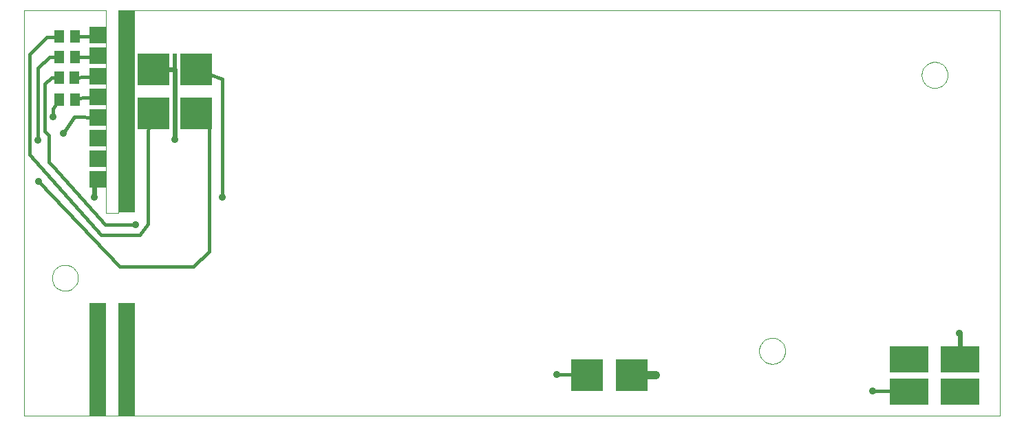
<source format=gtl>
G75*
G70*
%OFA0B0*%
%FSLAX24Y24*%
%IPPOS*%
%LPD*%
%AMOC8*
5,1,8,0,0,1.08239X$1,22.5*
%
%ADD10C,0.0000*%
%ADD11R,0.0787X0.5512*%
%ADD12R,0.0787X0.9843*%
%ADD13R,0.0787X0.0787*%
%ADD14R,0.1575X0.1575*%
%ADD15R,0.0236X0.1575*%
%ADD16R,0.0512X0.0591*%
%ADD17R,0.1890X0.1299*%
%ADD18C,0.0100*%
%ADD19C,0.0160*%
%ADD20C,0.0400*%
%ADD21C,0.0240*%
%ADD22C,0.0356*%
D10*
X000204Y000467D02*
X000204Y020152D01*
X004141Y020152D01*
X004141Y010310D01*
X004771Y010310D01*
X004771Y020152D01*
X047448Y020152D01*
X047448Y000467D01*
X000204Y000467D01*
X001543Y007160D02*
X001545Y007210D01*
X001551Y007260D01*
X001561Y007309D01*
X001575Y007357D01*
X001592Y007404D01*
X001613Y007449D01*
X001638Y007493D01*
X001666Y007534D01*
X001698Y007573D01*
X001732Y007610D01*
X001769Y007644D01*
X001809Y007674D01*
X001851Y007701D01*
X001895Y007725D01*
X001941Y007746D01*
X001988Y007762D01*
X002036Y007775D01*
X002086Y007784D01*
X002135Y007789D01*
X002186Y007790D01*
X002236Y007787D01*
X002285Y007780D01*
X002334Y007769D01*
X002382Y007754D01*
X002428Y007736D01*
X002473Y007714D01*
X002516Y007688D01*
X002557Y007659D01*
X002596Y007627D01*
X002632Y007592D01*
X002664Y007554D01*
X002694Y007514D01*
X002721Y007471D01*
X002744Y007427D01*
X002763Y007381D01*
X002779Y007333D01*
X002791Y007284D01*
X002799Y007235D01*
X002803Y007185D01*
X002803Y007135D01*
X002799Y007085D01*
X002791Y007036D01*
X002779Y006987D01*
X002763Y006939D01*
X002744Y006893D01*
X002721Y006849D01*
X002694Y006806D01*
X002664Y006766D01*
X002632Y006728D01*
X002596Y006693D01*
X002557Y006661D01*
X002516Y006632D01*
X002473Y006606D01*
X002428Y006584D01*
X002382Y006566D01*
X002334Y006551D01*
X002285Y006540D01*
X002236Y006533D01*
X002186Y006530D01*
X002135Y006531D01*
X002086Y006536D01*
X002036Y006545D01*
X001988Y006558D01*
X001941Y006574D01*
X001895Y006595D01*
X001851Y006619D01*
X001809Y006646D01*
X001769Y006676D01*
X001732Y006710D01*
X001698Y006747D01*
X001666Y006786D01*
X001638Y006827D01*
X001613Y006871D01*
X001592Y006916D01*
X001575Y006963D01*
X001561Y007011D01*
X001551Y007060D01*
X001545Y007110D01*
X001543Y007160D01*
X035795Y003617D02*
X035797Y003667D01*
X035803Y003717D01*
X035813Y003766D01*
X035827Y003814D01*
X035844Y003861D01*
X035865Y003906D01*
X035890Y003950D01*
X035918Y003991D01*
X035950Y004030D01*
X035984Y004067D01*
X036021Y004101D01*
X036061Y004131D01*
X036103Y004158D01*
X036147Y004182D01*
X036193Y004203D01*
X036240Y004219D01*
X036288Y004232D01*
X036338Y004241D01*
X036387Y004246D01*
X036438Y004247D01*
X036488Y004244D01*
X036537Y004237D01*
X036586Y004226D01*
X036634Y004211D01*
X036680Y004193D01*
X036725Y004171D01*
X036768Y004145D01*
X036809Y004116D01*
X036848Y004084D01*
X036884Y004049D01*
X036916Y004011D01*
X036946Y003971D01*
X036973Y003928D01*
X036996Y003884D01*
X037015Y003838D01*
X037031Y003790D01*
X037043Y003741D01*
X037051Y003692D01*
X037055Y003642D01*
X037055Y003592D01*
X037051Y003542D01*
X037043Y003493D01*
X037031Y003444D01*
X037015Y003396D01*
X036996Y003350D01*
X036973Y003306D01*
X036946Y003263D01*
X036916Y003223D01*
X036884Y003185D01*
X036848Y003150D01*
X036809Y003118D01*
X036768Y003089D01*
X036725Y003063D01*
X036680Y003041D01*
X036634Y003023D01*
X036586Y003008D01*
X036537Y002997D01*
X036488Y002990D01*
X036438Y002987D01*
X036387Y002988D01*
X036338Y002993D01*
X036288Y003002D01*
X036240Y003015D01*
X036193Y003031D01*
X036147Y003052D01*
X036103Y003076D01*
X036061Y003103D01*
X036021Y003133D01*
X035984Y003167D01*
X035950Y003204D01*
X035918Y003243D01*
X035890Y003284D01*
X035865Y003328D01*
X035844Y003373D01*
X035827Y003420D01*
X035813Y003468D01*
X035803Y003517D01*
X035797Y003567D01*
X035795Y003617D01*
X043669Y017003D02*
X043671Y017053D01*
X043677Y017103D01*
X043687Y017152D01*
X043701Y017200D01*
X043718Y017247D01*
X043739Y017292D01*
X043764Y017336D01*
X043792Y017377D01*
X043824Y017416D01*
X043858Y017453D01*
X043895Y017487D01*
X043935Y017517D01*
X043977Y017544D01*
X044021Y017568D01*
X044067Y017589D01*
X044114Y017605D01*
X044162Y017618D01*
X044212Y017627D01*
X044261Y017632D01*
X044312Y017633D01*
X044362Y017630D01*
X044411Y017623D01*
X044460Y017612D01*
X044508Y017597D01*
X044554Y017579D01*
X044599Y017557D01*
X044642Y017531D01*
X044683Y017502D01*
X044722Y017470D01*
X044758Y017435D01*
X044790Y017397D01*
X044820Y017357D01*
X044847Y017314D01*
X044870Y017270D01*
X044889Y017224D01*
X044905Y017176D01*
X044917Y017127D01*
X044925Y017078D01*
X044929Y017028D01*
X044929Y016978D01*
X044925Y016928D01*
X044917Y016879D01*
X044905Y016830D01*
X044889Y016782D01*
X044870Y016736D01*
X044847Y016692D01*
X044820Y016649D01*
X044790Y016609D01*
X044758Y016571D01*
X044722Y016536D01*
X044683Y016504D01*
X044642Y016475D01*
X044599Y016449D01*
X044554Y016427D01*
X044508Y016409D01*
X044460Y016394D01*
X044411Y016383D01*
X044362Y016376D01*
X044312Y016373D01*
X044261Y016374D01*
X044212Y016379D01*
X044162Y016388D01*
X044114Y016401D01*
X044067Y016417D01*
X044021Y016438D01*
X043977Y016462D01*
X043935Y016489D01*
X043895Y016519D01*
X043858Y016553D01*
X043824Y016590D01*
X043792Y016629D01*
X043764Y016670D01*
X043739Y016714D01*
X043718Y016759D01*
X043701Y016806D01*
X043687Y016854D01*
X043677Y016903D01*
X043671Y016953D01*
X043669Y017003D01*
D11*
X005165Y003223D03*
X003748Y003223D03*
D12*
X005165Y015231D03*
D13*
X003748Y014928D03*
X003748Y013928D03*
X003748Y012928D03*
X003748Y011928D03*
X003748Y015928D03*
X003748Y016928D03*
X003748Y017928D03*
X003748Y018928D03*
D14*
X006445Y017278D03*
X008531Y017278D03*
X008531Y015152D03*
X006445Y015152D03*
X027468Y002436D03*
X029633Y002436D03*
D15*
X007488Y015152D03*
X007488Y017278D03*
D16*
X002639Y016879D03*
X001891Y016879D03*
X001892Y017880D03*
X002640Y017880D03*
X002641Y018881D03*
X001893Y018881D03*
X001893Y015793D03*
X002641Y015793D03*
D17*
X043059Y003223D03*
X045539Y003223D03*
X045539Y001649D03*
X043059Y001649D03*
D18*
X043204Y001794D01*
X043204Y001867D01*
X043304Y001767D01*
X043304Y001567D01*
X043204Y001667D01*
X027468Y002436D02*
X027337Y002567D01*
X027204Y002567D01*
X009154Y015120D02*
X008531Y015152D01*
X002727Y015878D02*
X002641Y015793D01*
X002639Y016878D02*
X002639Y016879D01*
X003564Y017880D02*
X003764Y017847D01*
X003748Y017947D01*
X003748Y017928D01*
X003741Y018878D02*
X003748Y018928D01*
X001893Y018881D02*
X001869Y018857D01*
D19*
X001294Y018857D01*
X000444Y018007D01*
X000454Y013127D01*
X003935Y009247D01*
X005784Y009247D01*
X006204Y009767D01*
X006204Y014322D01*
X006445Y015152D01*
X003748Y014928D02*
X002615Y014978D01*
X002104Y014167D01*
X001404Y014067D02*
X001404Y012767D01*
X001591Y012581D01*
X004124Y009757D01*
X005604Y009757D01*
X008394Y007697D02*
X009154Y008457D01*
X009154Y015120D01*
X009784Y016816D02*
X008531Y017278D01*
X009784Y016816D02*
X009784Y011067D01*
X008394Y007697D02*
X004824Y007697D01*
X000884Y011837D01*
X000864Y013847D02*
X000864Y017327D01*
X001417Y017880D01*
X001892Y017880D01*
X002640Y017880D02*
X003564Y017880D01*
X003748Y016928D02*
X002639Y016878D01*
X001891Y016879D02*
X001516Y016879D01*
X001204Y016567D01*
X001204Y014267D01*
X001404Y014067D01*
X001604Y014967D02*
X001593Y015378D01*
X001893Y015793D01*
X002727Y015878D02*
X003748Y015928D01*
X003741Y018878D02*
X002641Y018881D01*
X026004Y002467D02*
X027004Y002467D01*
X027204Y002567D01*
X041304Y001667D02*
X043204Y001667D01*
D20*
X030775Y002457D02*
X030753Y002436D01*
X029633Y002436D01*
D21*
X045539Y003223D02*
X045539Y004433D01*
X045504Y004467D01*
X007504Y013867D02*
X007478Y014193D01*
X007488Y015152D01*
X007488Y017278D01*
X006445Y017278D01*
X003748Y011928D02*
X003593Y011978D01*
X003604Y011067D01*
D22*
X003604Y011067D03*
X000884Y011837D03*
X000864Y013847D03*
X002104Y014167D03*
X001604Y014967D03*
X007504Y013867D03*
X009784Y011067D03*
X005604Y009757D03*
X026004Y002467D03*
X030775Y002457D03*
X041304Y001667D03*
X045504Y004467D03*
M02*

</source>
